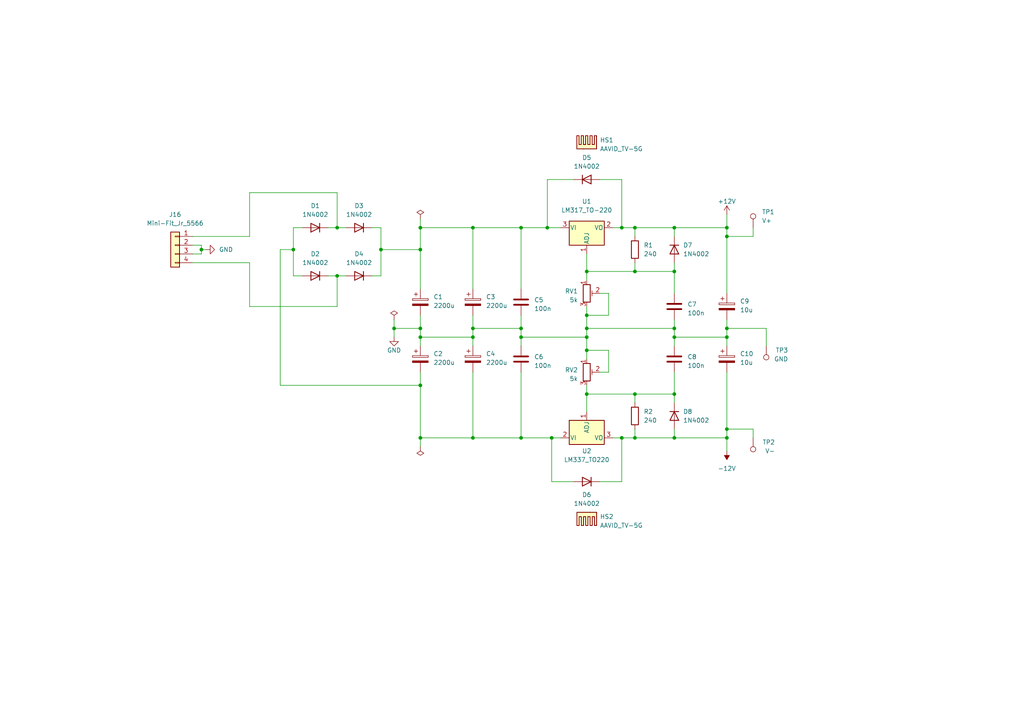
<source format=kicad_sch>
(kicad_sch (version 20230121) (generator eeschema)
  (paper "A4")
  (title_block (title "MICRO-OX Power-Supply and IO Board") (date "2023-05-13") (rev "0") (comment 2 "creativecommons.org/licenses/by/4.0") (comment 3 "license: CC by 4.0") (comment 4 "Author: Jordan Aceto"))
  (lib_symbols
    (symbol "Connector:TestPoint" (pin_numbers hide) (pin_names (offset 0.762) hide)
      (property "Reference" "TP" (at 0 6.858 0))
      (property "Value" "TestPoint" (at 0 5.08 0))
      (symbol "TestPoint_0_1"
        (circle (center 0 3.302) (radius 0.762))
      )
      (symbol "TestPoint_1_1"
        (pin passive line (at 0 0 90) (length 2.54) (name "1") (number "1"))
      )
    )
    (symbol "Connector_Generic:Conn_01x04" (pin_names (offset 1.016) hide)
      (property "Reference" "J" (at 0 5.08 0))
      (property "Value" "Conn_01x04" (at 0 -7.62 0))
      (symbol "Conn_01x04_1_1"
        (rectangle (start -1.27 -4.953) (end 0 -5.207) (stroke (width 0.1524)))
        (rectangle (start -1.27 -2.413) (end 0 -2.667) (stroke (width 0.1524)))
        (rectangle (start -1.27 0.127) (end 0 -0.127) (stroke (width 0.1524)))
        (rectangle (start -1.27 2.667) (end 0 2.413) (stroke (width 0.1524)))
        (rectangle (start -1.27 3.81) (end 1.27 -6.35) (stroke (width 0.254)) (fill (type background)))
        (pin passive line (at -5.08 2.54 0) (length 3.81) (name "Pin_1") (number "1"))
        (pin passive line (at -5.08 0 0) (length 3.81) (name "Pin_2") (number "2"))
        (pin passive line (at -5.08 -2.54 0) (length 3.81) (name "Pin_3") (number "3"))
        (pin passive line (at -5.08 -5.08 0) (length 3.81) (name "Pin_4") (number "4"))
      )
    )
    (symbol "Device:C" (pin_numbers hide) (pin_names (offset 0.254))
      (property "Reference" "C" (at 0.635 2.54 0))
      (property "Value" "C" (at 0.635 -2.54 0))
      (symbol "C_0_1"
        (polyline (pts (xy -2.032 -0.762) (xy 2.032 -0.762)) (stroke (width 0.508)))
        (polyline (pts (xy -2.032 0.762) (xy 2.032 0.762)) (stroke (width 0.508)))
      )
      (symbol "C_1_1"
        (pin passive line (at 0 3.81 270) (length 2.794) (name "~") (number "1"))
        (pin passive line (at 0 -3.81 90) (length 2.794) (name "~") (number "2"))
      )
    )
    (symbol "Device:C_Polarized" (pin_numbers hide) (pin_names (offset 0.254))
      (property "Reference" "C" (at 0.635 2.54 0))
      (property "Value" "C_Polarized" (at 0.635 -2.54 0))
      (symbol "C_Polarized_0_1"
        (rectangle (start -2.286 0.508) (end 2.286 1.016))
        (polyline (pts (xy -1.778 2.286) (xy -0.762 2.286)))
        (polyline (pts (xy -1.27 2.794) (xy -1.27 1.778)))
        (rectangle (start 2.286 -0.508) (end -2.286 -1.016) (fill (type outline)))
      )
      (symbol "C_Polarized_1_1"
        (pin passive line (at 0 3.81 270) (length 2.794) (name "~") (number "1"))
        (pin passive line (at 0 -3.81 90) (length 2.794) (name "~") (number "2"))
      )
    )
    (symbol "Device:R" (pin_numbers hide) (pin_names (offset 0))
      (property "Reference" "R" (at 2.032 0 90))
      (property "Value" "R" (at 0 0 90))
      (symbol "R_0_1"
        (rectangle (start -1.016 -2.54) (end 1.016 2.54) (stroke (width 0.254)))
      )
      (symbol "R_1_1"
        (pin passive line (at 0 3.81 270) (length 1.27) (name "~") (number "1"))
        (pin passive line (at 0 -3.81 90) (length 1.27) (name "~") (number "2"))
      )
    )
    (symbol "Device:R_Potentiometer_Trim" (pin_names (offset 1.016) hide)
      (property "Reference" "RV" (at -4.445 0 90))
      (property "Value" "R_Potentiometer_Trim" (at -2.54 0 90))
      (symbol "R_Potentiometer_Trim_0_1"
        (polyline (pts (xy 1.524 0.762) (xy 1.524 -0.762)))
        (polyline (pts (xy 2.54 0) (xy 1.524 0)))
        (rectangle (start 1.016 2.54) (end -1.016 -2.54) (stroke (width 0.254)))
      )
      (symbol "R_Potentiometer_Trim_1_1"
        (pin passive line (at 0 3.81 270) (length 1.27) (name "1") (number "1"))
        (pin passive line (at 3.81 0 180) (length 1.27) (name "2") (number "2"))
        (pin passive line (at 0 -3.81 90) (length 1.27) (name "3") (number "3"))
      )
    )
    (symbol "Diode:1N4002" (pin_numbers hide) (pin_names hide)
      (property "Reference" "D" (at 0 2.54 0))
      (property "Value" "1N4002" (at 0 -2.54 0))
      (symbol "1N4002_0_1"
        (polyline (pts (xy -1.27 1.27) (xy -1.27 -1.27)) (stroke (width 0.254)))
        (polyline (pts (xy 1.27 0) (xy -1.27 0)))
        (polyline (pts (xy 1.27 1.27) (xy 1.27 -1.27) (xy -1.27 0) (xy 1.27 1.27)) (stroke (width 0.254)))
      )
      (symbol "1N4002_1_1"
        (pin passive line (at -3.81 0 0) (length 2.54) (name "K") (number "1"))
        (pin passive line (at 3.81 0 180) (length 2.54) (name "A") (number "2"))
      )
    )
    (symbol "Mechanical:Heatsink" (pin_names (offset 1.016))
      (property "Reference" "HS" (at 0 5.08 0))
      (property "Value" "Heatsink" (at 0 -1.27 0))
      (symbol "Heatsink_0_1"
        (polyline (pts (xy -0.3302 1.27) (xy -0.9652 1.27) (xy -0.9652 3.81) (xy -1.6002 3.81) (xy -1.6002 1.27) (xy -2.2352 1.27) (xy -2.2352 3.81) (xy -2.8702 3.81) (xy -2.8702 0) (xy -0.9652 0)) (stroke (width 0.254)) (fill (type background)))
        (polyline (pts (xy -0.3302 1.27) (xy -0.3302 3.81) (xy 0.3048 3.81) (xy 0.3048 1.27) (xy 0.9398 1.27) (xy 0.9398 3.81) (xy 1.5748 3.81) (xy 1.5748 1.27) (xy 2.2098 1.27) (xy 2.2098 3.81) (xy 2.8448 3.81) (xy 2.8448 0) (xy -0.9652 0)) (stroke (width 0.254)) (fill (type background)))
      )
    )
    (symbol "Regulator_Linear:LM317_TO-220" (pin_names (offset 0.254))
      (property "Reference" "U" (at -3.81 3.175 0))
      (property "Value" "LM317_TO-220" (at 0 3.175 0))
      (symbol "LM317_TO-220_0_1"
        (rectangle (start -5.08 1.905) (end 5.08 -5.08) (stroke (width 0.254)) (fill (type background)))
      )
      (symbol "LM317_TO-220_1_1"
        (pin input line (at 0 -7.62 90) (length 2.54) (name "ADJ") (number "1"))
        (pin power_out line (at 7.62 0 180) (length 2.54) (name "VO") (number "2"))
        (pin power_in line (at -7.62 0 0) (length 2.54) (name "VI") (number "3"))
      )
    )
    (symbol "Regulator_Linear:LM337_TO220" (pin_names (offset 0.254))
      (property "Reference" "U" (at -3.81 -3.175 0))
      (property "Value" "LM337_TO220" (at 0 -3.175 0))
      (symbol "LM337_TO220_0_1"
        (rectangle (start -5.08 5.08) (end 5.08 -1.905) (stroke (width 0.254)) (fill (type background)))
      )
      (symbol "LM337_TO220_1_1"
        (pin input line (at 0 7.62 270) (length 2.54) (name "ADJ") (number "1"))
        (pin power_in line (at -7.62 0 0) (length 2.54) (name "VI") (number "2"))
        (pin power_out line (at 7.62 0 180) (length 2.54) (name "VO") (number "3"))
      )
    )
    (symbol "power:+12V" (power) (pin_names (offset 0))
      (property "Value" "+12V" (at 0 3.556 0))
      (symbol "+12V_0_1"
        (polyline (pts (xy -0.762 1.27) (xy 0 2.54)))
        (polyline (pts (xy 0 0) (xy 0 2.54)))
        (polyline (pts (xy 0 2.54) (xy 0.762 1.27)))
      )
      (symbol "+12V_1_1"
        (pin power_in line (at 0 0 90) (length 0) hide (name "+12V") (number "1"))
      )
    )
    (symbol "power:-12V" (power) (pin_names (offset 0))
      (property "Value" "-12V" (at 0 3.81 0))
      (symbol "-12V_0_0"
        (pin power_in line (at 0 0 90) (length 0) hide (name "-12V") (number "1"))
      )
      (symbol "-12V_0_1"
        (polyline (pts (xy 0 0) (xy 0 1.27) (xy 0.762 1.27) (xy 0 2.54) (xy -0.762 1.27) (xy 0 1.27)) (fill (type outline)))
      )
    )
    (symbol "power:GND" (power) (pin_names (offset 0))
      (property "Value" "GND" (at 0 -3.81 0))
      (symbol "GND_0_1"
        (polyline (pts (xy 0 0) (xy 0 -1.27) (xy 1.27 -1.27) (xy 0 -2.54) (xy -1.27 -1.27) (xy 0 -1.27)))
      )
      (symbol "GND_1_1"
        (pin power_in line (at 0 0 270) (length 0) hide (name "GND") (number "1"))
      )
    )
    (symbol "power:PWR_FLAG" (power) (pin_numbers hide) (pin_names (offset 0) hide)
      (property "Value" "PWR_FLAG" (at 0 3.81 0))
      (symbol "PWR_FLAG_0_0"
        (pin power_out line (at 0 0 90) (length 0) (name "pwr") (number "1"))
      )
      (symbol "PWR_FLAG_0_1"
        (polyline (pts (xy 0 0) (xy 0 1.27) (xy -1.016 1.905) (xy 0 2.54) (xy 1.016 1.905) (xy 0 1.27)))
      )
    )
  )
  (junction (at 110.49 72.39))
  (junction (at 195.58 97.79))
  (junction (at 121.92 111.76))
  (junction (at 114.3 95.25))
  (junction (at 121.92 72.39))
  (junction (at 121.92 66.04))
  (junction (at 195.58 127))
  (junction (at 121.92 127))
  (junction (at 151.13 127))
  (junction (at 180.34 66.04))
  (junction (at 184.15 114.3))
  (junction (at 184.15 127))
  (junction (at 137.16 66.04))
  (junction (at 151.13 95.25))
  (junction (at 184.15 66.04))
  (junction (at 158.75 66.04))
  (junction (at 121.92 95.25))
  (junction (at 210.82 97.79))
  (junction (at 170.18 95.25))
  (junction (at 210.82 66.04))
  (junction (at 170.18 97.79))
  (junction (at 195.58 114.3))
  (junction (at 97.79 66.04))
  (junction (at 170.18 101.6))
  (junction (at 195.58 95.25))
  (junction (at 137.16 127))
  (junction (at 151.13 97.79))
  (junction (at 137.16 95.25))
  (junction (at 58.42 72.39))
  (junction (at 210.82 124.46))
  (junction (at 97.79 80.01))
  (junction (at 121.92 97.79))
  (junction (at 184.15 78.74))
  (junction (at 210.82 68.58))
  (junction (at 170.18 114.3))
  (junction (at 151.13 66.04))
  (junction (at 195.58 66.04))
  (junction (at 85.09 72.39))
  (junction (at 137.16 97.79))
  (junction (at 210.82 95.25))
  (junction (at 210.82 127))
  (junction (at 160.02 127))
  (junction (at 170.18 78.74))
  (junction (at 170.18 91.44))
  (junction (at 180.34 127))
  (junction (at 195.58 78.74))
  (wire (pts (xy 218.44 68.58) (xy 210.82 68.58)))
  (wire (pts (xy 121.92 129.54) (xy 121.92 127)))
  (wire (pts (xy 170.18 95.25) (xy 170.18 97.79)))
  (wire (pts (xy 195.58 78.74) (xy 195.58 85.09)))
  (wire (pts (xy 110.49 72.39) (xy 121.92 72.39)))
  (wire (pts (xy 162.56 66.04) (xy 158.75 66.04)))
  (wire (pts (xy 176.53 107.95) (xy 176.53 101.6)))
  (wire (pts (xy 184.15 76.2) (xy 184.15 78.74)))
  (wire (pts (xy 137.16 107.95) (xy 137.16 127)))
  (wire (pts (xy 114.3 95.25) (xy 121.92 95.25)))
  (wire (pts (xy 176.53 101.6) (xy 170.18 101.6)))
  (wire (pts (xy 210.82 124.46) (xy 210.82 107.95)))
  (wire (pts (xy 151.13 66.04) (xy 158.75 66.04)))
  (wire (pts (xy 170.18 114.3) (xy 184.15 114.3)))
  (wire (pts (xy 97.79 80.01) (xy 95.25 80.01)))
  (wire (pts (xy 195.58 97.79) (xy 195.58 95.25)))
  (wire (pts (xy 121.92 72.39) (xy 121.92 66.04)))
  (wire (pts (xy 195.58 127) (xy 210.82 127)))
  (wire (pts (xy 151.13 107.95) (xy 151.13 127)))
  (wire (pts (xy 95.25 66.04) (xy 97.79 66.04)))
  (wire (pts (xy 158.75 66.04) (xy 158.75 52.07)))
  (wire (pts (xy 180.34 127) (xy 184.15 127)))
  (wire (pts (xy 180.34 52.07) (xy 173.99 52.07)))
  (wire (pts (xy 137.16 127) (xy 151.13 127)))
  (wire (pts (xy 121.92 66.04) (xy 137.16 66.04)))
  (wire (pts (xy 218.44 127) (xy 218.44 124.46)))
  (wire (pts (xy 55.88 73.66) (xy 58.42 73.66)))
  (wire (pts (xy 85.09 66.04) (xy 85.09 72.39)))
  (wire (pts (xy 170.18 111.76) (xy 170.18 114.3)))
  (wire (pts (xy 110.49 66.04) (xy 107.95 66.04)))
  (wire (pts (xy 184.15 78.74) (xy 195.58 78.74)))
  (wire (pts (xy 170.18 101.6) (xy 170.18 104.14)))
  (wire (pts (xy 176.53 85.09) (xy 176.53 91.44)))
  (wire (pts (xy 81.28 111.76) (xy 121.92 111.76)))
  (wire (pts (xy 72.39 55.88) (xy 97.79 55.88)))
  (wire (pts (xy 176.53 91.44) (xy 170.18 91.44)))
  (wire (pts (xy 151.13 97.79) (xy 170.18 97.79)))
  (wire (pts (xy 121.92 127) (xy 137.16 127)))
  (wire (pts (xy 58.42 73.66) (xy 58.42 72.39)))
  (wire (pts (xy 166.37 139.7) (xy 160.02 139.7)))
  (wire (pts (xy 177.8 127) (xy 180.34 127)))
  (wire (pts (xy 195.58 107.95) (xy 195.58 114.3)))
  (wire (pts (xy 170.18 91.44) (xy 170.18 95.25)))
  (wire (pts (xy 222.25 95.25) (xy 210.82 95.25)))
  (wire (pts (xy 184.15 66.04) (xy 195.58 66.04)))
  (wire (pts (xy 151.13 91.44) (xy 151.13 95.25)))
  (wire (pts (xy 173.99 139.7) (xy 180.34 139.7)))
  (wire (pts (xy 97.79 55.88) (xy 97.79 66.04)))
  (wire (pts (xy 121.92 97.79) (xy 121.92 100.33)))
  (wire (pts (xy 121.92 111.76) (xy 121.92 107.95)))
  (wire (pts (xy 170.18 88.9) (xy 170.18 91.44)))
  (wire (pts (xy 210.82 127) (xy 210.82 130.81)))
  (wire (pts (xy 110.49 72.39) (xy 110.49 66.04)))
  (wire (pts (xy 195.58 66.04) (xy 195.58 68.58)))
  (wire (pts (xy 85.09 72.39) (xy 81.28 72.39)))
  (wire (pts (xy 151.13 127) (xy 160.02 127)))
  (wire (pts (xy 151.13 97.79) (xy 151.13 95.25)))
  (wire (pts (xy 222.25 100.33) (xy 222.25 95.25)))
  (wire (pts (xy 137.16 91.44) (xy 137.16 95.25)))
  (wire (pts (xy 195.58 92.71) (xy 195.58 95.25)))
  (wire (pts (xy 210.82 85.09) (xy 210.82 68.58)))
  (wire (pts (xy 170.18 78.74) (xy 170.18 81.28)))
  (wire (pts (xy 72.39 88.9) (xy 97.79 88.9)))
  (wire (pts (xy 184.15 114.3) (xy 195.58 114.3)))
  (wire (pts (xy 121.92 111.76) (xy 121.92 127)))
  (wire (pts (xy 158.75 52.07) (xy 166.37 52.07)))
  (wire (pts (xy 195.58 97.79) (xy 210.82 97.79)))
  (wire (pts (xy 180.34 139.7) (xy 180.34 127)))
  (wire (pts (xy 170.18 114.3) (xy 170.18 119.38)))
  (wire (pts (xy 114.3 92.71) (xy 114.3 95.25)))
  (wire (pts (xy 151.13 66.04) (xy 151.13 83.82)))
  (wire (pts (xy 184.15 114.3) (xy 184.15 116.84)))
  (wire (pts (xy 55.88 76.2) (xy 72.39 76.2)))
  (wire (pts (xy 160.02 139.7) (xy 160.02 127)))
  (wire (pts (xy 55.88 68.58) (xy 72.39 68.58)))
  (wire (pts (xy 97.79 66.04) (xy 100.33 66.04)))
  (wire (pts (xy 85.09 80.01) (xy 87.63 80.01)))
  (wire (pts (xy 87.63 66.04) (xy 85.09 66.04)))
  (wire (pts (xy 137.16 95.25) (xy 137.16 97.79)))
  (wire (pts (xy 195.58 66.04) (xy 210.82 66.04)))
  (wire (pts (xy 114.3 97.79) (xy 114.3 95.25)))
  (wire (pts (xy 58.42 71.12) (xy 55.88 71.12)))
  (wire (pts (xy 218.44 66.04) (xy 218.44 68.58)))
  (wire (pts (xy 195.58 114.3) (xy 195.58 116.84)))
  (wire (pts (xy 72.39 76.2) (xy 72.39 88.9)))
  (wire (pts (xy 58.42 72.39) (xy 58.42 71.12)))
  (wire (pts (xy 121.92 95.25) (xy 121.92 97.79)))
  (wire (pts (xy 58.42 72.39) (xy 59.69 72.39)))
  (wire (pts (xy 184.15 127) (xy 195.58 127)))
  (wire (pts (xy 195.58 78.74) (xy 195.58 76.2)))
  (wire (pts (xy 137.16 66.04) (xy 151.13 66.04)))
  (wire (pts (xy 210.82 95.25) (xy 210.82 97.79)))
  (wire (pts (xy 195.58 124.46) (xy 195.58 127)))
  (wire (pts (xy 97.79 80.01) (xy 100.33 80.01)))
  (wire (pts (xy 85.09 72.39) (xy 85.09 80.01)))
  (wire (pts (xy 180.34 66.04) (xy 180.34 52.07)))
  (wire (pts (xy 184.15 124.46) (xy 184.15 127)))
  (wire (pts (xy 137.16 97.79) (xy 137.16 100.33)))
  (wire (pts (xy 97.79 88.9) (xy 97.79 80.01)))
  (wire (pts (xy 170.18 97.79) (xy 170.18 101.6)))
  (wire (pts (xy 121.92 91.44) (xy 121.92 95.25)))
  (wire (pts (xy 173.99 85.09) (xy 176.53 85.09)))
  (wire (pts (xy 170.18 73.66) (xy 170.18 78.74)))
  (wire (pts (xy 160.02 127) (xy 162.56 127)))
  (wire (pts (xy 121.92 63.5) (xy 121.92 66.04)))
  (wire (pts (xy 210.82 68.58) (xy 210.82 66.04)))
  (wire (pts (xy 151.13 97.79) (xy 151.13 100.33)))
  (wire (pts (xy 110.49 80.01) (xy 110.49 72.39)))
  (wire (pts (xy 121.92 72.39) (xy 121.92 83.82)))
  (wire (pts (xy 210.82 97.79) (xy 210.82 100.33)))
  (wire (pts (xy 210.82 62.23) (xy 210.82 66.04)))
  (wire (pts (xy 170.18 95.25) (xy 195.58 95.25)))
  (wire (pts (xy 137.16 95.25) (xy 151.13 95.25)))
  (wire (pts (xy 81.28 72.39) (xy 81.28 111.76)))
  (wire (pts (xy 184.15 66.04) (xy 180.34 66.04)))
  (wire (pts (xy 137.16 66.04) (xy 137.16 83.82)))
  (wire (pts (xy 195.58 97.79) (xy 195.58 100.33)))
  (wire (pts (xy 218.44 124.46) (xy 210.82 124.46)))
  (wire (pts (xy 121.92 97.79) (xy 137.16 97.79)))
  (wire (pts (xy 170.18 78.74) (xy 184.15 78.74)))
  (wire (pts (xy 210.82 92.71) (xy 210.82 95.25)))
  (wire (pts (xy 107.95 80.01) (xy 110.49 80.01)))
  (wire (pts (xy 210.82 127) (xy 210.82 124.46)))
  (wire (pts (xy 72.39 55.88) (xy 72.39 68.58)))
  (wire (pts (xy 176.53 107.95) (xy 173.99 107.95)))
  (wire (pts (xy 180.34 66.04) (xy 177.8 66.04)))
  (wire (pts (xy 184.15 66.04) (xy 184.15 68.58)))
  (symbol (lib_id "Device:C_Polarized") (at 210.82 88.9 0) (unit 1)
    (property "Reference" "C9" (at 214.63 87.376 0) (effects (justify left)))
    (property "Value" "10u" (at 214.63 89.916 0) (effects (justify left)))
    (property "Footprint" "Capacitor_THT:CP_Radial_D6.3mm_P2.50mm" (effects hide))
    (instances (project "power_supply_and_io_board" (path "" (reference "C9") (unit 1))) (project "power_supply" (path "" (reference "C7") (unit 1))))
  )
  (symbol (lib_id "Mechanical:Heatsink") (at 170.18 43.18 0) (unit 1) (on_board no)
    (property "Reference" "HS1" (at 173.99 40.64 0) (effects (justify left)))
    (property "Value" "AAVID_TV-5G" (at 173.99 43.18 0) (effects (justify left)))
    (property "Footprint" "Heatsink:Heatsink_AAVID_TV5G_TO220_Horizontal" (effects hide))
  )
  (symbol (lib_id "power:PWR_FLAG") (at 121.92 129.54 180) (unit 1)
    (property "Reference" "#FLG03" (effects hide))
    (property "Value" "PWR_FLAG" (effects hide))
  )
  (symbol (lib_id "Device:C") (at 151.13 87.63 0) (unit 1)
    (property "Reference" "C5" (at 154.94 86.995 0) (effects (justify left)))
    (property "Value" "100n" (at 154.94 89.535 0) (effects (justify left)))
    (property "Footprint" "Capacitor_SMD:C_0805_2012Metric" (effects hide))
    (instances (project "power_supply_and_io_board" (path "" (reference "C5") (unit 1))) (project "power_supply" (path "" (reference "C3") (unit 1))))
  )
  (symbol (lib_id "Mechanical:Heatsink") (at 170.18 148.59 180) (unit 1) (on_board no)
    (property "Reference" "HS2" (at 173.99 149.86 0) (effects (justify right)))
    (property "Value" "AAVID_TV-5G" (at 173.99 152.4 0) (effects (justify right)))
    (property "Footprint" "Heatsink:Heatsink_AAVID_TV5G_TO220_Horizontal" (effects hide))
  )
  (symbol (lib_id "Connector:TestPoint") (at 218.44 66.04 0) (unit 1)
    (property "Reference" "TP1" (at 220.98 61.4679 0) (effects (justify left)))
    (property "Value" "V+" (at 220.98 64.0079 0) (effects (justify left)))
    (property "Footprint" "TestPoint:TestPoint_Keystone_5000-5004_Miniature" (effects hide))
  )
  (symbol (lib_id "Connector:TestPoint") (at 218.44 127 0) (mirror x) (unit 1)
    (property "Reference" "TP2" (at 224.79 128.27 0) (effects (justify right)))
    (property "Value" "V-" (at 224.79 130.81 0) (effects (justify right)))
    (property "Footprint" "TestPoint:TestPoint_Keystone_5000-5004_Miniature" (effects hide))
  )
  (symbol (lib_id "Diode:1N4002") (at 195.58 72.39 270) (unit 1)
    (property "Reference" "D7" (at 198.12 71.1199 90) (effects (justify left)))
    (property "Value" "1N4002" (at 198.12 73.6599 90) (effects (justify left)))
    (property "Footprint" "Diode_THT:D_DO-41_SOD81_P10.16mm_Horizontal" (effects hide))
    (property "Datasheet" "http://www.vishay.com/docs/88503/1n4001.pdf" (effects hide))
  )
  (symbol (lib_id "Device:R") (at 184.15 120.65 0) (unit 1)
    (property "Reference" "R2" (at 186.69 119.3799 0) (effects (justify left)))
    (property "Value" "240" (at 186.69 121.9199 0) (effects (justify left)))
    (property "Footprint" "Resistor_SMD:R_0805_2012Metric" (effects hide))
  )
  (symbol (lib_id "Device:R_Potentiometer_Trim") (at 170.18 107.95 0) (unit 1)
    (property "Reference" "RV2" (at 167.64 107.315 0) (effects (justify right)))
    (property "Value" "5k" (at 167.64 109.855 0) (effects (justify right)))
    (property "Footprint" "Potentiometer_THT:Potentiometer_Bourns_3296W_Vertical" (effects hide))
  )
  (symbol (lib_id "Diode:1N4002") (at 170.18 52.07 0) (unit 1)
    (property "Reference" "D5" (at 170.18 45.72 0))
    (property "Value" "1N4002" (at 170.18 48.26 0))
    (property "Footprint" "Diode_THT:D_DO-41_SOD81_P10.16mm_Horizontal" (effects hide))
    (property "Datasheet" "http://www.vishay.com/docs/88503/1n4001.pdf" (effects hide))
  )
  (symbol (lib_id "power:GND") (at 114.3 97.79 0) (unit 1)
    (property "Reference" "#PWR015" (effects hide))
    (property "Value" "GND" (at 114.3 101.6 0))
    (instances (project "power_supply_and_io_board" (path "" (reference "#PWR015") (unit 1))) (project "power_supply" (path "" (reference "#PWR014") (unit 1))))
  )
  (symbol (lib_id "Device:R_Potentiometer_Trim") (at 170.18 85.09 0) (unit 1)
    (property "Reference" "RV1" (at 167.64 84.455 0) (effects (justify right)))
    (property "Value" "5k" (at 167.64 86.995 0) (effects (justify right)))
    (property "Footprint" "Potentiometer_THT:Potentiometer_Bourns_3296W_Vertical" (effects hide))
  )
  (symbol (lib_id "Device:C") (at 151.13 104.14 0) (unit 1)
    (property "Reference" "C6" (at 154.94 103.505 0) (effects (justify left)))
    (property "Value" "100n" (at 154.94 106.045 0) (effects (justify left)))
    (property "Footprint" "Capacitor_SMD:C_0805_2012Metric" (effects hide))
    (instances (project "power_supply_and_io_board" (path "" (reference "C6") (unit 1))) (project "power_supply" (path "" (reference "C4") (unit 1))))
  )
  (symbol (lib_id "Diode:1N4002") (at 195.58 120.65 270) (unit 1)
    (property "Reference" "D8" (at 198.12 119.3799 90) (effects (justify left)))
    (property "Value" "1N4002" (at 198.12 121.92 90) (effects (justify left)))
    (property "Footprint" "Diode_THT:D_DO-41_SOD81_P10.16mm_Horizontal" (effects hide))
    (property "Datasheet" "http://www.vishay.com/docs/88503/1n4001.pdf" (effects hide))
  )
  (symbol (lib_id "Regulator_Linear:LM337_TO220") (at 170.18 127 0) (unit 1)
    (property "Reference" "U2" (at 170.18 130.81 0))
    (property "Value" "LM337_TO220" (at 170.18 133.35 0))
    (property "Footprint" "Package_TO_SOT_THT:TO-220-3_Horizontal_TabDown" (effects hide))
    (property "Datasheet" "http://www.ti.com/lit/ds/symlink/lm337-n.pdf" (effects hide))
  )
  (symbol (lib_id "Connector_Generic:Conn_01x04") (at 50.8 71.12 0) (mirror y) (unit 1)
    (property "Reference" "J16" (at 50.8 62.23 0))
    (property "Value" "Mini-Fit_Jr_5566" (at 50.8 64.77 0))
    (property "Footprint" "Connector_Molex:Molex_Mini-Fit_Jr_5566-04A_2x02_P4.20mm_Vertical" (effects hide))
    (instances (project "power_supply_and_io_board" (path "" (reference "J16") (unit 1))) (project "power_supply" (path "" (reference "J9") (unit 1))))
  )
  (symbol (lib_id "Regulator_Linear:LM317_TO-220") (at 170.18 66.04 0) (unit 1)
    (property "Reference" "U1" (at 170.18 58.42 0))
    (property "Value" "LM317_TO-220" (at 170.18 60.96 0))
    (property "Footprint" "Package_TO_SOT_THT:TO-220-3_Horizontal_TabDown" (effects hide))
    (property "Datasheet" "http://www.ti.com/lit/ds/symlink/lm317.pdf" (effects hide))
  )
  (symbol (lib_id "Device:C_Polarized") (at 137.16 104.14 0) (unit 1)
    (property "Reference" "C4" (at 140.97 102.616 0) (effects (justify left)))
    (property "Value" "2200u" (at 140.97 105.156 0) (effects (justify left)))
    (property "Footprint" "Capacitor_THT:CP_Radial_D18.0mm_P7.50mm" (effects hide))
    (instances (project "power_supply_and_io_board" (path "" (reference "C4") (unit 1))) (project "power_supply" (path "" (reference "C1") (unit 1))))
  )
  (symbol (lib_id "power:-12V") (at 210.82 130.81 180) (unit 1)
    (property "Reference" "#PWR012" (effects hide))
    (property "Value" "-12V" (at 210.82 135.89 0))
  )
  (symbol (lib_id "Diode:1N4002") (at 91.44 66.04 180) (unit 1)
    (property "Reference" "D1" (at 91.44 59.69 0))
    (property "Value" "1N4002" (at 91.44 62.23 0))
    (property "Footprint" "Diode_THT:D_DO-41_SOD81_P10.16mm_Horizontal" (effects hide))
    (property "Datasheet" "http://www.vishay.com/docs/88503/1n4001.pdf" (effects hide))
  )
  (symbol (lib_id "Device:C") (at 195.58 104.14 0) (unit 1)
    (property "Reference" "C8" (at 199.39 103.505 0) (effects (justify left)))
    (property "Value" "100n" (at 199.39 106.045 0) (effects (justify left)))
    (property "Footprint" "Capacitor_SMD:C_0805_2012Metric" (effects hide))
    (instances (project "power_supply_and_io_board" (path "" (reference "C8") (unit 1))) (project "power_supply" (path "" (reference "C6") (unit 1))))
  )
  (symbol (lib_id "Diode:1N4002") (at 104.14 80.01 180) (unit 1)
    (property "Reference" "D4" (at 104.14 73.66 0))
    (property "Value" "1N4002" (at 104.14 76.2 0))
    (property "Footprint" "Diode_THT:D_DO-41_SOD81_P10.16mm_Horizontal" (effects hide))
    (property "Datasheet" "http://www.vishay.com/docs/88503/1n4001.pdf" (effects hide))
  )
  (symbol (lib_id "Diode:1N4002") (at 91.44 80.01 180) (unit 1)
    (property "Reference" "D2" (at 91.44 73.66 0))
    (property "Value" "1N4002" (at 91.44 76.2 0))
    (property "Footprint" "Diode_THT:D_DO-41_SOD81_P10.16mm_Horizontal" (effects hide))
    (property "Datasheet" "http://www.vishay.com/docs/88503/1n4001.pdf" (effects hide))
  )
  (symbol (lib_id "Diode:1N4002") (at 104.14 66.04 180) (unit 1)
    (property "Reference" "D3" (at 104.14 59.69 0))
    (property "Value" "1N4002" (at 104.14 62.23 0))
    (property "Footprint" "Diode_THT:D_DO-41_SOD81_P10.16mm_Horizontal" (effects hide))
    (property "Datasheet" "http://www.vishay.com/docs/88503/1n4001.pdf" (effects hide))
  )
  (symbol (lib_id "Device:C_Polarized") (at 121.92 87.63 0) (unit 1)
    (property "Reference" "C1" (at 125.73 86.106 0) (effects (justify left)))
    (property "Value" "2200u" (at 125.73 88.646 0) (effects (justify left)))
    (property "Footprint" "Capacitor_THT:CP_Radial_D18.0mm_P7.50mm" (effects hide))
  )
  (symbol (lib_id "Connector:TestPoint") (at 222.25 100.33 0) (mirror x) (unit 1)
    (property "Reference" "TP3" (at 228.6 101.6 0) (effects (justify right)))
    (property "Value" "GND" (at 228.6 104.14 0) (effects (justify right)))
    (property "Footprint" "TestPoint:TestPoint_Bridge_Pitch7.62mm_Drill1.3mm" (effects hide))
  )
  (symbol (lib_id "power:GND") (at 59.69 72.39 90) (unit 1)
    (property "Reference" "#PWR07" (effects hide))
    (property "Value" "GND" (at 63.5 72.3899 90) (effects (justify right)))
    (instances (project "power_supply_and_io_board" (path "" (reference "#PWR07") (unit 1))) (project "power_supply" (path "" (reference "#PWR06") (unit 1))))
  )
  (symbol (lib_id "power:PWR_FLAG") (at 121.92 63.5 0) (unit 1)
    (property "Reference" "#FLG02" (effects hide))
    (property "Value" "PWR_FLAG" (effects hide))
  )
  (symbol (lib_id "Diode:1N4002") (at 170.18 139.7 180) (unit 1)
    (property "Reference" "D6" (at 170.18 143.51 0))
    (property "Value" "1N4002" (at 170.18 146.05 0))
    (property "Footprint" "Diode_THT:D_DO-41_SOD81_P10.16mm_Horizontal" (effects hide))
    (property "Datasheet" "http://www.vishay.com/docs/88503/1n4001.pdf" (effects hide))
  )
  (symbol (lib_id "Device:C_Polarized") (at 121.92 104.14 0) (unit 1)
    (property "Reference" "C2" (at 125.73 102.616 0) (effects (justify left)))
    (property "Value" "2200u" (at 125.73 105.156 0) (effects (justify left)))
    (property "Footprint" "Capacitor_THT:CP_Radial_D18.0mm_P7.50mm" (effects hide))
  )
  (symbol (lib_id "Device:C_Polarized") (at 210.82 104.14 0) (unit 1)
    (property "Reference" "C10" (at 214.63 102.616 0) (effects (justify left)))
    (property "Value" "10u" (at 214.63 105.156 0) (effects (justify left)))
    (property "Footprint" "Capacitor_THT:CP_Radial_D6.3mm_P2.50mm" (effects hide))
    (instances (project "power_supply_and_io_board" (path "" (reference "C10") (unit 1))) (project "power_supply" (path "" (reference "C8") (unit 1))))
  )
  (symbol (lib_id "Device:C_Polarized") (at 137.16 87.63 0) (unit 1)
    (property "Reference" "C3" (at 140.97 86.106 0) (effects (justify left)))
    (property "Value" "2200u" (at 140.97 88.646 0) (effects (justify left)))
    (property "Footprint" "Capacitor_THT:CP_Radial_D18.0mm_P7.50mm" (effects hide))
    (instances (project "power_supply_and_io_board" (path "" (reference "C3") (unit 1))) (project "power_supply" (path "" (reference "C1") (unit 1))))
  )
  (symbol (lib_id "power:+12V") (at 210.82 62.23 0) (unit 1)
    (property "Reference" "#PWR09" (effects hide))
    (property "Value" "+12V" (at 210.82 58.42 0))
  )
  (symbol (lib_id "Device:C") (at 195.58 88.9 0) (unit 1)
    (property "Reference" "C7" (at 199.39 88.265 0) (effects (justify left)))
    (property "Value" "100n" (at 199.39 90.805 0) (effects (justify left)))
    (property "Footprint" "Capacitor_SMD:C_0805_2012Metric" (effects hide))
    (instances (project "power_supply_and_io_board" (path "" (reference "C7") (unit 1))) (project "power_supply" (path "" (reference "C5") (unit 1))))
  )
  (symbol (lib_id "Device:R") (at 184.15 72.39 0) (unit 1)
    (property "Reference" "R1" (at 186.69 71.1199 0) (effects (justify left)))
    (property "Value" "240" (at 186.69 73.6599 0) (effects (justify left)))
    (property "Footprint" "Resistor_SMD:R_0805_2012Metric" (effects hide))
  )
  (symbol (lib_id "power:PWR_FLAG") (at 114.3 92.71 0) (unit 1)
    (property "Reference" "#FLG01" (effects hide))
    (property "Value" "PWR_FLAG" (effects hide))
  )
)
</source>
